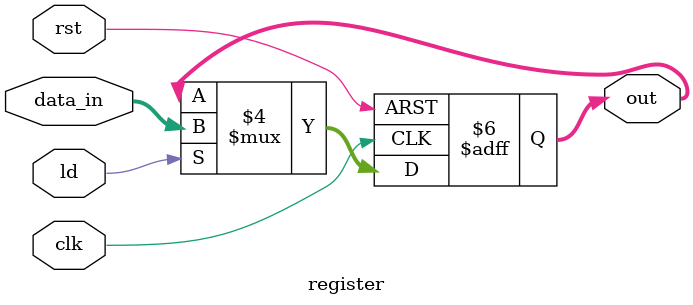
<source format=v>
`timescale 1ns / 1ps

module register(clk,rst,data_in,ld,out);
input clk,rst;
input [7:0] data_in;
input ld;
output reg [7:0] out;
always @(posedge clk or posedge rst)
begin
if (rst==1'b1)
out<=1'b0;
else if (ld==1'b1)
out<=data_in;
end
endmodule

</source>
